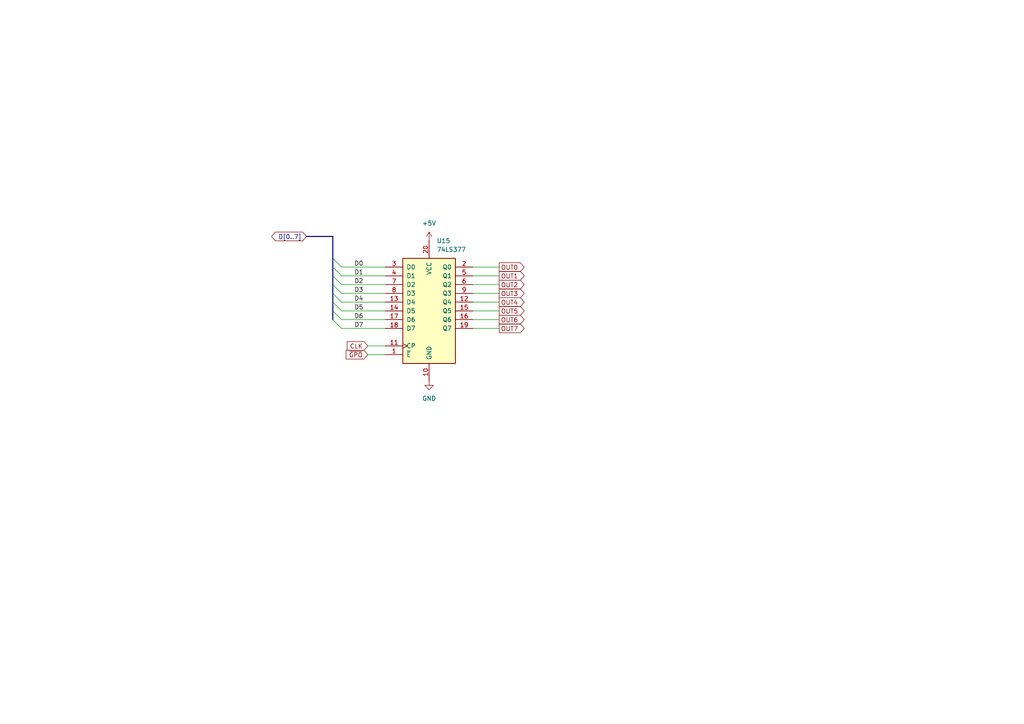
<source format=kicad_sch>
(kicad_sch (version 20231120) (generator "eeschema") (generator_version "8.0")
  (paper "A4")
  (lib_symbols
    (symbol "74xx:74LS377" (pin_names (offset 1.016))
      (property "Reference" "U" (at -7.62 16.51 0))
      (property "Value" "74LS377" (at -7.62 -16.51 0))
      (symbol "74LS377_1_0"
        (pin input line (at -12.7 -12.7 0) (length 5.08) (name "~{E}") (number "1"))
        (pin power_in line (at 0 -20.32 90) (length 5.08) (name "GND") (number "10"))
        (pin input clock (at -12.7 -10.16 0) (length 5.08) (name "CP") (number "11"))
        (pin output line (at 12.7 2.54 180) (length 5.08) (name "Q4") (number "12"))
        (pin input line (at -12.7 2.54 0) (length 5.08) (name "D4") (number "13"))
        (pin input line (at -12.7 0 0) (length 5.08) (name "D5") (number "14"))
        (pin output line (at 12.7 0 180) (length 5.08) (name "Q5") (number "15"))
        (pin output line (at 12.7 -2.54 180) (length 5.08) (name "Q6") (number "16"))
        (pin input line (at -12.7 -2.54 0) (length 5.08) (name "D6") (number "17"))
        (pin input line (at -12.7 -5.08 0) (length 5.08) (name "D7") (number "18"))
        (pin output line (at 12.7 -5.08 180) (length 5.08) (name "Q7") (number "19"))
        (pin output line (at 12.7 12.7 180) (length 5.08) (name "Q0") (number "2"))
        (pin power_in line (at 0 20.32 270) (length 5.08) (name "VCC") (number "20"))
        (pin input line (at -12.7 12.7 0) (length 5.08) (name "D0") (number "3"))
        (pin input line (at -12.7 10.16 0) (length 5.08) (name "D1") (number "4"))
        (pin output line (at 12.7 10.16 180) (length 5.08) (name "Q1") (number "5"))
        (pin output line (at 12.7 7.62 180) (length 5.08) (name "Q2") (number "6"))
        (pin input line (at -12.7 7.62 0) (length 5.08) (name "D2") (number "7"))
        (pin input line (at -12.7 5.08 0) (length 5.08) (name "D3") (number "8"))
        (pin output line (at 12.7 5.08 180) (length 5.08) (name "Q3") (number "9"))
      )
      (symbol "74LS377_1_1"
        (rectangle (start -7.62 15.24) (end 7.62 -15.24) (stroke (width 0.254)) (fill (type background)))
      )
    )
    (symbol "power:+5V" (power) (pin_numbers hide) (pin_names (offset 0) hide)
      (property "Value" "+5V" (at 0 3.556 0))
      (symbol "+5V_0_1"
        (polyline (pts (xy -0.762 1.27) (xy 0 2.54)))
        (polyline (pts (xy 0 0) (xy 0 2.54)))
        (polyline (pts (xy 0 2.54) (xy 0.762 1.27)))
      )
      (symbol "+5V_1_1"
        (pin power_in line (at 0 0 90) (length 0) (name "~") (number "1"))
      )
    )
    (symbol "power:GND" (power) (pin_numbers hide) (pin_names (offset 0) hide)
      (property "Value" "GND" (at 0 -3.81 0))
      (symbol "GND_0_1"
        (polyline (pts (xy 0 0) (xy 0 -1.27) (xy 1.27 -1.27) (xy 0 -2.54) (xy -1.27 -1.27) (xy 0 -1.27)))
      )
      (symbol "GND_1_1"
        (pin power_in line (at 0 0 270) (length 0) (name "~") (number "1"))
      )
    )
  )
  (bus_entry (at 99.06 95.25) (size -2.54 -2.54))
  (bus_entry (at 99.06 80.01) (size -2.54 -2.54))
  (bus_entry (at 99.06 87.63) (size -2.54 -2.54))
  (bus_entry (at 99.06 90.17) (size -2.54 -2.54))
  (bus_entry (at 99.06 82.55) (size -2.54 -2.54))
  (bus_entry (at 99.06 77.47) (size -2.54 -2.54))
  (bus_entry (at 99.06 92.71) (size -2.54 -2.54))
  (bus_entry (at 99.06 85.09) (size -2.54 -2.54))
  (wire (pts (xy 111.76 80.01) (xy 99.06 80.01)))
  (bus (pts (xy 96.52 85.09) (xy 96.52 87.63)))
  (wire (pts (xy 111.76 90.17) (xy 99.06 90.17)))
  (wire (pts (xy 137.16 87.63) (xy 144.78 87.63)))
  (bus (pts (xy 96.52 90.17) (xy 96.52 92.71)))
  (wire (pts (xy 111.76 95.25) (xy 99.06 95.25)))
  (bus (pts (xy 96.52 77.47) (xy 96.52 80.01)))
  (wire (pts (xy 137.16 95.25) (xy 144.78 95.25)))
  (wire (pts (xy 137.16 77.47) (xy 144.78 77.47)))
  (bus (pts (xy 96.52 74.93) (xy 96.52 68.58)))
  (wire (pts (xy 111.76 82.55) (xy 99.06 82.55)))
  (bus (pts (xy 96.52 74.93) (xy 96.52 77.47)))
  (wire (pts (xy 137.16 82.55) (xy 144.78 82.55)))
  (wire (pts (xy 106.68 102.87) (xy 111.76 102.87)))
  (wire (pts (xy 111.76 87.63) (xy 99.06 87.63)))
  (bus (pts (xy 96.52 68.58) (xy 88.9 68.58)))
  (wire (pts (xy 137.16 92.71) (xy 144.78 92.71)))
  (wire (pts (xy 137.16 80.01) (xy 144.78 80.01)))
  (wire (pts (xy 111.76 85.09) (xy 99.06 85.09)))
  (wire (pts (xy 106.68 100.33) (xy 111.76 100.33)))
  (wire (pts (xy 137.16 90.17) (xy 144.78 90.17)))
  (wire (pts (xy 137.16 85.09) (xy 144.78 85.09)))
  (bus (pts (xy 96.52 87.63) (xy 96.52 90.17)))
  (bus (pts (xy 96.52 82.55) (xy 96.52 85.09)))
  (bus (pts (xy 96.52 80.01) (xy 96.52 82.55)))
  (wire (pts (xy 111.76 77.47) (xy 99.06 77.47)))
  (wire (pts (xy 111.76 92.71) (xy 99.06 92.71)))
  (label "D1" (at 105.41 80.01 180))
  (label "D7" (at 105.41 95.25 180))
  (label "D2" (at 105.41 82.55 180))
  (label "D5" (at 105.41 90.17 180))
  (label "D6" (at 105.41 92.71 180))
  (label "D4" (at 105.41 87.63 180))
  (label "D0" (at 105.41 77.47 180))
  (label "D3" (at 105.41 85.09 180))
  (global_label "OUT4" (shape output) (at 144.78 87.63 0) (property "Intersheetrefs" "${INTERSHEET_REFS}" (effects (hide yes))))
  (global_label "~{GPO}" (shape input) (at 106.68 102.87 180) (property "Intersheetrefs" "${INTERSHEET_REFS}" (effects (hide yes))))
  (global_label "OUT6" (shape output) (at 144.78 92.71 0) (property "Intersheetrefs" "${INTERSHEET_REFS}" (effects (hide yes))))
  (global_label "OUT0" (shape output) (at 144.78 77.47 0) (property "Intersheetrefs" "${INTERSHEET_REFS}" (effects (hide yes))))
  (global_label "OUT2" (shape output) (at 144.78 82.55 0) (property "Intersheetrefs" "${INTERSHEET_REFS}" (effects (hide yes))))
  (global_label "OUT3" (shape output) (at 144.78 85.09 0) (property "Intersheetrefs" "${INTERSHEET_REFS}" (effects (hide yes))))
  (global_label "CLK" (shape input) (at 106.68 100.33 180) (property "Intersheetrefs" "${INTERSHEET_REFS}" (effects (hide yes))))
  (global_label "D[0..7]" (shape bidirectional) (at 88.9 68.58 180) (property "Intersheetrefs" "${INTERSHEET_REFS}" (effects (hide yes))))
  (global_label "OUT7" (shape output) (at 144.78 95.25 0) (property "Intersheetrefs" "${INTERSHEET_REFS}" (effects (hide yes))))
  (global_label "OUT1" (shape output) (at 144.78 80.01 0) (property "Intersheetrefs" "${INTERSHEET_REFS}" (effects (hide yes))))
  (global_label "OUT5" (shape output) (at 144.78 90.17 0) (property "Intersheetrefs" "${INTERSHEET_REFS}" (effects (hide yes))))
  (symbol (lib_id "power:GND") (at 124.46 110.49 0) (unit 1)
    (property "Reference" "#PWR43" (effects (hide yes)))
    (property "Value" "GND" (at 124.46 115.57 0))
    (property "Description" "Power symbol creates a global label with name \"GND\" , ground" (effects (hide yes)))
  )
  (symbol (lib_id "74xx:74LS377") (at 124.46 90.17 0) (unit 1)
    (property "Reference" "U15" (at 126.6541 69.85 0) (effects (justify left)))
    (property "Value" "74LS377" (at 126.6541 72.39 0) (effects (justify left)))
    (property "Footprint" "Package_DIP:DIP-20_W7.62mm" (effects (hide yes)))
    (property "Datasheet" "http://www.ti.com/lit/gpn/sn74LS377" (effects (hide yes)))
    (property "Description" "8-bit Register" (effects (hide yes)))
  )
  (symbol (lib_id "power:+5V") (at 124.46 69.85 0) (unit 1)
    (property "Reference" "#PWR44" (effects (hide yes)))
    (property "Value" "+5V" (at 124.46 64.77 0))
    (property "Description" "Power symbol creates a global label with name \"+5V\"" (effects (hide yes)))
  )
)
</source>
